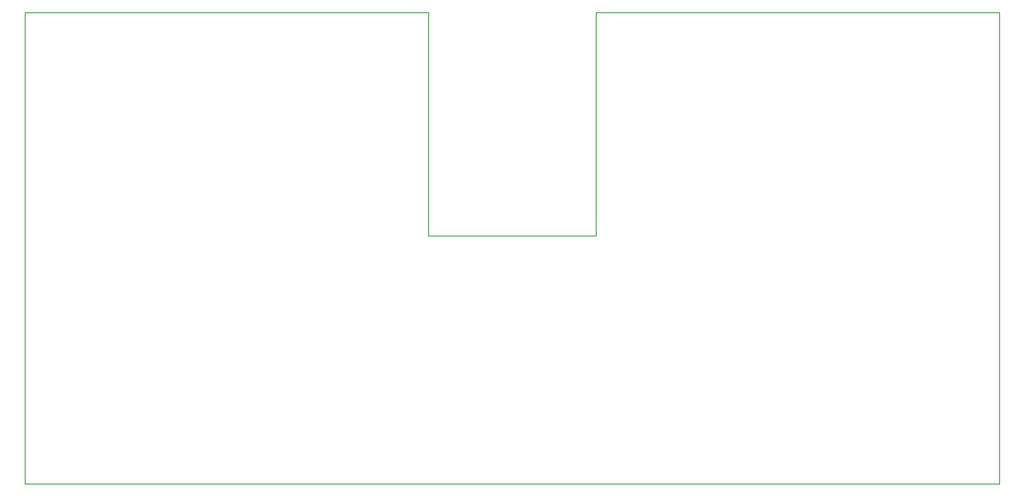
<source format=gbr>
%TF.GenerationSoftware,KiCad,Pcbnew,(6.0.7)*%
%TF.CreationDate,2022-09-12T19:31:41+02:00*%
%TF.ProjectId,Analog2HDMI,416e616c-6f67-4324-9844-4d492e6b6963,rev?*%
%TF.SameCoordinates,Original*%
%TF.FileFunction,Profile,NP*%
%FSLAX46Y46*%
G04 Gerber Fmt 4.6, Leading zero omitted, Abs format (unit mm)*
G04 Created by KiCad (PCBNEW (6.0.7)) date 2022-09-12 19:31:41*
%MOMM*%
%LPD*%
G01*
G04 APERTURE LIST*
%TA.AperFunction,Profile*%
%ADD10C,0.050000*%
%TD*%
G04 APERTURE END LIST*
D10*
X100000000Y-100000000D02*
X100000000Y-51500000D01*
X100000000Y-100000000D02*
X200000000Y-100000000D01*
X141400000Y-51500000D02*
X100000000Y-51500000D01*
X158600000Y-51500000D02*
X200000000Y-51500000D01*
X141400000Y-51500000D02*
X141400000Y-74500000D01*
X141400000Y-74500000D02*
X158600000Y-74500000D01*
X200000000Y-100000000D02*
X200000000Y-51500000D01*
X158600000Y-74500000D02*
X158600000Y-51500000D01*
M02*

</source>
